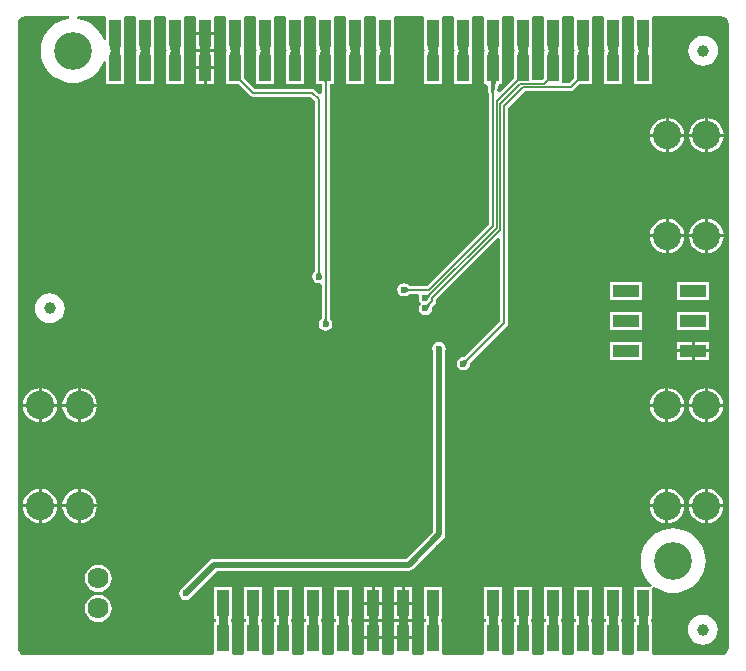
<source format=gbl>
G04*
G04 #@! TF.GenerationSoftware,Altium Limited,Altium Designer,22.10.1 (41)*
G04*
G04 Layer_Physical_Order=4*
G04 Layer_Color=16711680*
%FSLAX24Y24*%
%MOIN*%
G70*
G04*
G04 #@! TF.SameCoordinates,1EAF6387-FA3A-421D-BABF-0C9075E41397*
G04*
G04*
G04 #@! TF.FilePolarity,Positive*
G04*
G01*
G75*
%ADD11C,0.0060*%
%ADD26R,0.0402X0.0862*%
%ADD27C,0.0394*%
%ADD50C,0.0300*%
%ADD52C,0.0197*%
%ADD55C,0.0701*%
%ADD56C,0.0945*%
%ADD57C,0.1260*%
%ADD58C,0.0236*%
%ADD59R,0.0874X0.0402*%
G36*
X3099Y21408D02*
X3099Y21367D01*
Y20664D01*
X3019Y20648D01*
X2961Y20789D01*
X2872Y20934D01*
X2762Y21062D01*
X2634Y21172D01*
X2489Y21261D01*
X2333Y21325D01*
X2169Y21365D01*
X2142Y21367D01*
X2145Y21447D01*
X3035D01*
X3099Y21408D01*
D02*
G37*
G36*
X21150Y20447D02*
X21200D01*
X21190Y20444D01*
X21182Y20435D01*
X21174Y20420D01*
X21168Y20399D01*
X21162Y20372D01*
X21158Y20339D01*
X21156Y20315D01*
X21162Y20228D01*
X21168Y20201D01*
X21174Y20180D01*
X21182Y20165D01*
X21190Y20156D01*
X21200Y20153D01*
X21150D01*
X21150Y20147D01*
X20850D01*
X20850Y20153D01*
X20800D01*
X20810Y20156D01*
X20818Y20165D01*
X20826Y20180D01*
X20832Y20201D01*
X20838Y20228D01*
X20842Y20261D01*
X20844Y20285D01*
X20838Y20372D01*
X20832Y20399D01*
X20826Y20420D01*
X20818Y20435D01*
X20810Y20444D01*
X20800Y20447D01*
X20850D01*
X20850Y20453D01*
X21150D01*
X21150Y20447D01*
D02*
G37*
G36*
X20150D02*
X20200D01*
X20190Y20444D01*
X20182Y20435D01*
X20174Y20420D01*
X20168Y20399D01*
X20162Y20372D01*
X20158Y20339D01*
X20156Y20315D01*
X20162Y20228D01*
X20168Y20201D01*
X20174Y20180D01*
X20182Y20165D01*
X20190Y20156D01*
X20200Y20153D01*
X20150D01*
X20150Y20147D01*
X19850D01*
X19850Y20153D01*
X19800D01*
X19810Y20156D01*
X19818Y20165D01*
X19826Y20180D01*
X19832Y20201D01*
X19838Y20228D01*
X19842Y20261D01*
X19844Y20285D01*
X19838Y20372D01*
X19832Y20399D01*
X19826Y20420D01*
X19818Y20435D01*
X19810Y20444D01*
X19800Y20447D01*
X19850D01*
X19850Y20453D01*
X20150D01*
X20150Y20447D01*
D02*
G37*
G36*
X19150D02*
X19200D01*
X19190Y20444D01*
X19182Y20435D01*
X19174Y20420D01*
X19168Y20399D01*
X19162Y20372D01*
X19158Y20339D01*
X19156Y20315D01*
X19162Y20228D01*
X19168Y20201D01*
X19174Y20180D01*
X19182Y20165D01*
X19190Y20156D01*
X19200Y20153D01*
X19150D01*
X19150Y20147D01*
X18850D01*
X18850Y20153D01*
X18800D01*
X18810Y20156D01*
X18818Y20165D01*
X18826Y20180D01*
X18832Y20201D01*
X18838Y20228D01*
X18842Y20261D01*
X18844Y20285D01*
X18838Y20372D01*
X18832Y20399D01*
X18826Y20420D01*
X18818Y20435D01*
X18810Y20444D01*
X18800Y20447D01*
X18850D01*
X18850Y20453D01*
X19150D01*
X19150Y20447D01*
D02*
G37*
G36*
X18150D02*
X18200D01*
X18190Y20444D01*
X18182Y20435D01*
X18174Y20420D01*
X18168Y20399D01*
X18162Y20372D01*
X18158Y20339D01*
X18156Y20315D01*
X18162Y20228D01*
X18168Y20201D01*
X18174Y20180D01*
X18182Y20165D01*
X18190Y20156D01*
X18200Y20153D01*
X18150D01*
X18150Y20147D01*
X17850D01*
X17850Y20153D01*
X17800D01*
X17810Y20156D01*
X17818Y20165D01*
X17826Y20180D01*
X17832Y20201D01*
X17838Y20228D01*
X17842Y20261D01*
X17844Y20285D01*
X17838Y20372D01*
X17832Y20399D01*
X17826Y20420D01*
X17818Y20435D01*
X17810Y20444D01*
X17800Y20447D01*
X17850D01*
X17850Y20453D01*
X18150D01*
X18150Y20447D01*
D02*
G37*
G36*
X17150D02*
X17200D01*
X17190Y20444D01*
X17182Y20435D01*
X17174Y20420D01*
X17168Y20399D01*
X17162Y20372D01*
X17158Y20339D01*
X17156Y20315D01*
X17162Y20228D01*
X17168Y20201D01*
X17174Y20180D01*
X17182Y20165D01*
X17190Y20156D01*
X17200Y20153D01*
X17150D01*
X17150Y20147D01*
X16850D01*
X16850Y20153D01*
X16800D01*
X16810Y20156D01*
X16818Y20165D01*
X16826Y20180D01*
X16832Y20201D01*
X16838Y20228D01*
X16842Y20261D01*
X16844Y20285D01*
X16838Y20372D01*
X16832Y20399D01*
X16826Y20420D01*
X16818Y20435D01*
X16810Y20444D01*
X16800Y20447D01*
X16850D01*
X16850Y20453D01*
X17150D01*
X17150Y20447D01*
D02*
G37*
G36*
X16150D02*
X16200D01*
X16190Y20444D01*
X16182Y20435D01*
X16174Y20420D01*
X16168Y20399D01*
X16162Y20372D01*
X16158Y20339D01*
X16156Y20315D01*
X16162Y20228D01*
X16168Y20201D01*
X16174Y20180D01*
X16182Y20165D01*
X16190Y20156D01*
X16200Y20153D01*
X16150D01*
X16150Y20147D01*
X15850D01*
X15850Y20153D01*
X15800D01*
X15810Y20156D01*
X15818Y20165D01*
X15826Y20180D01*
X15832Y20201D01*
X15838Y20228D01*
X15842Y20261D01*
X15844Y20285D01*
X15838Y20372D01*
X15832Y20399D01*
X15826Y20420D01*
X15818Y20435D01*
X15810Y20444D01*
X15800Y20447D01*
X15850D01*
X15850Y20453D01*
X16150D01*
X16150Y20447D01*
D02*
G37*
G36*
X15150D02*
X15200D01*
X15190Y20444D01*
X15182Y20435D01*
X15174Y20420D01*
X15168Y20399D01*
X15162Y20372D01*
X15158Y20339D01*
X15156Y20315D01*
X15162Y20228D01*
X15168Y20201D01*
X15174Y20180D01*
X15182Y20165D01*
X15190Y20156D01*
X15200Y20153D01*
X15150D01*
X15150Y20147D01*
X14850D01*
X14850Y20153D01*
X14800D01*
X14810Y20156D01*
X14818Y20165D01*
X14826Y20180D01*
X14832Y20201D01*
X14838Y20228D01*
X14842Y20261D01*
X14844Y20285D01*
X14838Y20372D01*
X14832Y20399D01*
X14826Y20420D01*
X14818Y20435D01*
X14810Y20444D01*
X14800Y20447D01*
X14850D01*
X14850Y20453D01*
X15150D01*
X15150Y20447D01*
D02*
G37*
G36*
X14150D02*
X14200D01*
X14190Y20444D01*
X14182Y20435D01*
X14174Y20420D01*
X14168Y20399D01*
X14162Y20372D01*
X14158Y20339D01*
X14156Y20315D01*
X14162Y20228D01*
X14168Y20201D01*
X14174Y20180D01*
X14182Y20165D01*
X14190Y20156D01*
X14200Y20153D01*
X14150D01*
X14150Y20147D01*
X13850D01*
X13850Y20153D01*
X13800D01*
X13810Y20156D01*
X13818Y20165D01*
X13826Y20180D01*
X13832Y20201D01*
X13838Y20228D01*
X13842Y20261D01*
X13844Y20285D01*
X13838Y20372D01*
X13832Y20399D01*
X13826Y20420D01*
X13818Y20435D01*
X13810Y20444D01*
X13800Y20447D01*
X13850D01*
X13850Y20453D01*
X14150D01*
X14150Y20447D01*
D02*
G37*
G36*
X12550D02*
X12600D01*
X12590Y20444D01*
X12582Y20435D01*
X12574Y20420D01*
X12568Y20399D01*
X12562Y20372D01*
X12558Y20339D01*
X12556Y20315D01*
X12562Y20228D01*
X12568Y20201D01*
X12574Y20180D01*
X12582Y20165D01*
X12590Y20156D01*
X12600Y20153D01*
X12550D01*
X12550Y20147D01*
X12250D01*
X12250Y20153D01*
X12200D01*
X12210Y20156D01*
X12218Y20165D01*
X12226Y20180D01*
X12232Y20201D01*
X12238Y20228D01*
X12242Y20261D01*
X12244Y20285D01*
X12238Y20372D01*
X12232Y20399D01*
X12226Y20420D01*
X12218Y20435D01*
X12210Y20444D01*
X12200Y20447D01*
X12250D01*
X12250Y20453D01*
X12550D01*
X12550Y20447D01*
D02*
G37*
G36*
X11550D02*
X11600D01*
X11590Y20444D01*
X11582Y20435D01*
X11574Y20420D01*
X11568Y20399D01*
X11562Y20372D01*
X11558Y20339D01*
X11556Y20315D01*
X11562Y20228D01*
X11568Y20201D01*
X11574Y20180D01*
X11582Y20165D01*
X11590Y20156D01*
X11600Y20153D01*
X11550D01*
X11550Y20147D01*
X11250D01*
X11250Y20153D01*
X11200D01*
X11210Y20156D01*
X11218Y20165D01*
X11226Y20180D01*
X11232Y20201D01*
X11238Y20228D01*
X11242Y20261D01*
X11244Y20285D01*
X11238Y20372D01*
X11232Y20399D01*
X11226Y20420D01*
X11218Y20435D01*
X11210Y20444D01*
X11200Y20447D01*
X11250D01*
X11250Y20453D01*
X11550D01*
X11550Y20447D01*
D02*
G37*
G36*
X10550D02*
X10600D01*
X10590Y20444D01*
X10582Y20435D01*
X10574Y20420D01*
X10568Y20399D01*
X10562Y20372D01*
X10558Y20339D01*
X10556Y20315D01*
X10562Y20228D01*
X10568Y20201D01*
X10574Y20180D01*
X10582Y20165D01*
X10590Y20156D01*
X10600Y20153D01*
X10550D01*
X10550Y20147D01*
X10250D01*
X10250Y20153D01*
X10200D01*
X10210Y20156D01*
X10218Y20165D01*
X10226Y20180D01*
X10232Y20201D01*
X10238Y20228D01*
X10242Y20261D01*
X10244Y20285D01*
X10238Y20372D01*
X10232Y20399D01*
X10226Y20420D01*
X10218Y20435D01*
X10210Y20444D01*
X10200Y20447D01*
X10250D01*
X10250Y20453D01*
X10550D01*
X10550Y20447D01*
D02*
G37*
G36*
X9550D02*
X9600D01*
X9590Y20444D01*
X9582Y20435D01*
X9574Y20420D01*
X9568Y20399D01*
X9562Y20372D01*
X9558Y20339D01*
X9556Y20315D01*
X9562Y20228D01*
X9568Y20201D01*
X9574Y20180D01*
X9582Y20165D01*
X9590Y20156D01*
X9600Y20153D01*
X9550D01*
X9550Y20147D01*
X9250D01*
X9250Y20153D01*
X9200D01*
X9210Y20156D01*
X9218Y20165D01*
X9226Y20180D01*
X9232Y20201D01*
X9238Y20228D01*
X9242Y20261D01*
X9244Y20285D01*
X9238Y20372D01*
X9232Y20399D01*
X9226Y20420D01*
X9218Y20435D01*
X9210Y20444D01*
X9200Y20447D01*
X9250D01*
X9250Y20453D01*
X9550D01*
X9550Y20447D01*
D02*
G37*
G36*
X8550D02*
X8600D01*
X8590Y20444D01*
X8582Y20435D01*
X8574Y20420D01*
X8568Y20399D01*
X8562Y20372D01*
X8558Y20339D01*
X8556Y20315D01*
X8562Y20228D01*
X8568Y20201D01*
X8574Y20180D01*
X8582Y20165D01*
X8590Y20156D01*
X8600Y20153D01*
X8550D01*
X8550Y20147D01*
X8250D01*
X8250Y20153D01*
X8200D01*
X8210Y20156D01*
X8218Y20165D01*
X8226Y20180D01*
X8232Y20201D01*
X8238Y20228D01*
X8242Y20261D01*
X8244Y20285D01*
X8238Y20372D01*
X8232Y20399D01*
X8226Y20420D01*
X8218Y20435D01*
X8210Y20444D01*
X8200Y20447D01*
X8250D01*
X8250Y20453D01*
X8550D01*
X8550Y20447D01*
D02*
G37*
G36*
X7550D02*
X7600D01*
X7590Y20444D01*
X7582Y20435D01*
X7574Y20420D01*
X7568Y20399D01*
X7562Y20372D01*
X7558Y20339D01*
X7556Y20315D01*
X7562Y20228D01*
X7568Y20201D01*
X7574Y20180D01*
X7582Y20165D01*
X7590Y20156D01*
X7600Y20153D01*
X7550D01*
X7550Y20147D01*
X7250D01*
X7250Y20153D01*
X7200D01*
X7210Y20156D01*
X7218Y20165D01*
X7226Y20180D01*
X7232Y20201D01*
X7238Y20228D01*
X7242Y20261D01*
X7244Y20285D01*
X7238Y20372D01*
X7232Y20399D01*
X7226Y20420D01*
X7218Y20435D01*
X7210Y20444D01*
X7200Y20447D01*
X7250D01*
X7250Y20453D01*
X7550D01*
X7550Y20447D01*
D02*
G37*
G36*
X5550D02*
X5600D01*
X5590Y20444D01*
X5582Y20435D01*
X5574Y20420D01*
X5568Y20399D01*
X5562Y20372D01*
X5558Y20339D01*
X5556Y20315D01*
X5562Y20228D01*
X5568Y20201D01*
X5574Y20180D01*
X5582Y20165D01*
X5590Y20156D01*
X5600Y20153D01*
X5550D01*
X5550Y20147D01*
X5250D01*
X5250Y20153D01*
X5200D01*
X5210Y20156D01*
X5218Y20165D01*
X5226Y20180D01*
X5232Y20201D01*
X5238Y20228D01*
X5242Y20261D01*
X5244Y20285D01*
X5238Y20372D01*
X5232Y20399D01*
X5226Y20420D01*
X5218Y20435D01*
X5210Y20444D01*
X5200Y20447D01*
X5250D01*
X5250Y20453D01*
X5550D01*
X5550Y20447D01*
D02*
G37*
G36*
X4550D02*
X4600D01*
X4590Y20444D01*
X4582Y20435D01*
X4574Y20420D01*
X4568Y20399D01*
X4562Y20372D01*
X4558Y20339D01*
X4556Y20315D01*
X4562Y20228D01*
X4568Y20201D01*
X4574Y20180D01*
X4582Y20165D01*
X4590Y20156D01*
X4600Y20153D01*
X4550D01*
X4550Y20147D01*
X4250D01*
X4250Y20153D01*
X4200D01*
X4210Y20156D01*
X4218Y20165D01*
X4226Y20180D01*
X4232Y20201D01*
X4238Y20228D01*
X4242Y20261D01*
X4244Y20285D01*
X4238Y20372D01*
X4232Y20399D01*
X4226Y20420D01*
X4218Y20435D01*
X4210Y20444D01*
X4200Y20447D01*
X4250D01*
X4250Y20453D01*
X4550D01*
X4550Y20447D01*
D02*
G37*
G36*
X3550D02*
X3600D01*
X3590Y20444D01*
X3582Y20435D01*
X3574Y20420D01*
X3568Y20399D01*
X3562Y20372D01*
X3558Y20339D01*
X3556Y20315D01*
X3562Y20228D01*
X3568Y20201D01*
X3574Y20180D01*
X3582Y20165D01*
X3590Y20156D01*
X3600Y20153D01*
X3550D01*
X3550Y20147D01*
X3250D01*
X3250Y20153D01*
X3200D01*
X3210Y20156D01*
X3218Y20165D01*
X3226Y20180D01*
X3232Y20201D01*
X3238Y20228D01*
X3242Y20261D01*
X3244Y20285D01*
X3238Y20372D01*
X3232Y20399D01*
X3226Y20420D01*
X3218Y20435D01*
X3210Y20444D01*
X3200Y20447D01*
X3250D01*
X3250Y20453D01*
X3550D01*
X3550Y20447D01*
D02*
G37*
G36*
X17030Y19500D02*
X16970D01*
X16969Y19504D01*
X16966Y19510D01*
X16962Y19518D01*
X16948Y19540D01*
X16897Y19610D01*
X16880Y19633D01*
X17120D01*
X17030Y19500D01*
D02*
G37*
G36*
X19030Y19500D02*
X18970D01*
X18969Y19504D01*
X18966Y19510D01*
X18962Y19518D01*
X18948Y19540D01*
X18897Y19610D01*
X18880Y19633D01*
X19120D01*
X19030Y19500D01*
D02*
G37*
G36*
X14030D02*
X13970D01*
X13969Y19504D01*
X13966Y19510D01*
X13962Y19518D01*
X13948Y19540D01*
X13897Y19610D01*
X13880Y19633D01*
X14120D01*
X14030Y19500D01*
D02*
G37*
G36*
X17699Y21408D02*
X17699Y21367D01*
Y20451D01*
X17698Y20447D01*
X17699Y20443D01*
Y20442D01*
X17699Y20438D01*
X17699Y20437D01*
Y20346D01*
X17699D01*
X17723Y20303D01*
X17699Y20254D01*
X17699D01*
Y20163D01*
X17699Y20162D01*
X17699Y20158D01*
Y20157D01*
X17698Y20153D01*
X17699Y20149D01*
Y19396D01*
X17696Y19393D01*
X17639Y19335D01*
X17301D01*
Y20149D01*
X17302Y20153D01*
X17301Y20157D01*
Y20158D01*
X17301Y20162D01*
X17301Y20163D01*
Y20254D01*
X17301D01*
X17277Y20297D01*
X17301Y20346D01*
X17301D01*
Y20437D01*
X17301Y20438D01*
X17301Y20442D01*
Y20443D01*
X17302Y20447D01*
X17301Y20451D01*
Y21367D01*
X17301Y21408D01*
X17365Y21447D01*
X17635D01*
X17699Y21408D01*
D02*
G37*
G36*
X18878Y19295D02*
X18874Y19298D01*
X18869Y19300D01*
X18863Y19300D01*
X18856Y19298D01*
X18848Y19295D01*
X18839Y19290D01*
X18829Y19283D01*
X18818Y19274D01*
X18793Y19251D01*
X18758Y19300D01*
X18770Y19313D01*
X18788Y19334D01*
X18795Y19344D01*
X18800Y19353D01*
X18804Y19361D01*
X18806Y19368D01*
X18806Y19375D01*
X18805Y19380D01*
X18802Y19385D01*
X18878Y19295D01*
D02*
G37*
G36*
X17870D02*
X17866Y19298D01*
X17861Y19301D01*
X17855Y19301D01*
X17848Y19299D01*
X17840Y19296D01*
X17831Y19291D01*
X17821Y19283D01*
X17810Y19274D01*
X17785Y19251D01*
X17758Y19309D01*
X17769Y19321D01*
X17787Y19342D01*
X17794Y19352D01*
X17799Y19360D01*
X17803Y19369D01*
X17805Y19376D01*
X17805Y19383D01*
X17804Y19389D01*
X17802Y19394D01*
X17870Y19295D01*
D02*
G37*
G36*
X16878D02*
X16874Y19298D01*
X16869Y19300D01*
X16863Y19300D01*
X16856Y19298D01*
X16848Y19295D01*
X16839Y19290D01*
X16829Y19283D01*
X16818Y19274D01*
X16793Y19251D01*
X16758Y19300D01*
X16770Y19313D01*
X16788Y19334D01*
X16795Y19344D01*
X16800Y19353D01*
X16804Y19361D01*
X16806Y19368D01*
X16806Y19375D01*
X16805Y19380D01*
X16802Y19385D01*
X16878Y19295D01*
D02*
G37*
G36*
X7595Y19374D02*
X7594Y19368D01*
X7594Y19362D01*
X7595Y19355D01*
X7599Y19347D01*
X7604Y19338D01*
X7611Y19328D01*
X7620Y19317D01*
X7642Y19293D01*
X7600Y19251D01*
X7587Y19263D01*
X7565Y19282D01*
X7555Y19289D01*
X7546Y19294D01*
X7538Y19297D01*
X7531Y19299D01*
X7525Y19299D01*
X7519Y19298D01*
X7515Y19295D01*
X7598Y19378D01*
X7595Y19374D01*
D02*
G37*
G36*
X10464Y19294D02*
X10459Y19292D01*
X10455Y19289D01*
X10451Y19285D01*
X10447Y19279D01*
X10445Y19272D01*
X10443Y19265D01*
X10441Y19255D01*
X10440Y19245D01*
X10440Y19233D01*
X10380D01*
X10380Y19245D01*
X10379Y19255D01*
X10377Y19265D01*
X10375Y19272D01*
X10372Y19279D01*
X10369Y19285D01*
X10365Y19289D01*
X10361Y19292D01*
X10356Y19294D01*
X10350Y19295D01*
X10470D01*
X10464Y19294D01*
D02*
G37*
G36*
X18699Y21408D02*
X18699Y21367D01*
Y20451D01*
X18698Y20447D01*
X18699Y20443D01*
Y20442D01*
X18699Y20438D01*
X18699Y20437D01*
Y20346D01*
X18699D01*
X18723Y20303D01*
X18699Y20254D01*
X18699D01*
Y20163D01*
X18699Y20162D01*
X18699Y20158D01*
Y20157D01*
X18698Y20153D01*
X18699Y20149D01*
Y19387D01*
X18697Y19384D01*
X18527Y19215D01*
X18301D01*
Y20149D01*
X18302Y20153D01*
X18301Y20157D01*
Y20158D01*
X18301Y20162D01*
X18301Y20163D01*
Y20254D01*
X18301D01*
X18277Y20297D01*
X18301Y20346D01*
X18301D01*
Y20437D01*
X18301Y20438D01*
X18301Y20442D01*
Y20443D01*
X18302Y20447D01*
X18301Y20451D01*
Y21367D01*
X18301Y21408D01*
X18365Y21447D01*
X18635D01*
X18699Y21408D01*
D02*
G37*
G36*
X10099D02*
X10099Y21367D01*
Y20451D01*
X10098Y20447D01*
X10099Y20443D01*
Y20442D01*
X10099Y20438D01*
X10099Y20437D01*
Y20346D01*
X10099D01*
X10123Y20303D01*
X10099Y20254D01*
X10099D01*
Y20163D01*
X10099Y20162D01*
X10099Y20158D01*
Y20157D01*
X10098Y20153D01*
X10099Y20149D01*
Y19192D01*
X10277D01*
Y18875D01*
X10204Y18844D01*
X10060Y18988D01*
X10017Y19016D01*
X9967Y19026D01*
X8054D01*
X7704Y19376D01*
X7701Y19380D01*
Y20149D01*
X7702Y20153D01*
X7701Y20157D01*
Y20158D01*
X7701Y20162D01*
X7701Y20163D01*
Y20254D01*
X7701D01*
X7677Y20297D01*
X7701Y20346D01*
X7701D01*
Y20437D01*
X7701Y20438D01*
X7701Y20442D01*
Y20443D01*
X7702Y20447D01*
X7701Y20451D01*
Y21367D01*
X7701Y21408D01*
X7765Y21447D01*
X8035D01*
X8099Y21408D01*
X8099Y21367D01*
Y20451D01*
X8098Y20447D01*
X8099Y20443D01*
Y20442D01*
X8099Y20438D01*
X8099Y20437D01*
Y20346D01*
X8099D01*
X8123Y20303D01*
X8099Y20254D01*
X8099D01*
Y20163D01*
X8099Y20162D01*
X8099Y20158D01*
Y20157D01*
X8098Y20153D01*
X8099Y20149D01*
Y19192D01*
X8701D01*
Y20149D01*
X8702Y20153D01*
X8701Y20157D01*
Y20158D01*
X8701Y20162D01*
X8701Y20163D01*
Y20254D01*
X8701D01*
X8677Y20297D01*
X8701Y20346D01*
X8701D01*
Y20437D01*
X8701Y20438D01*
X8701Y20442D01*
Y20443D01*
X8702Y20447D01*
X8701Y20451D01*
Y21367D01*
X8701Y21408D01*
X8765Y21447D01*
X9035D01*
X9099Y21408D01*
X9099Y21367D01*
Y20451D01*
X9098Y20447D01*
X9099Y20443D01*
Y20442D01*
X9099Y20438D01*
X9099Y20437D01*
Y20346D01*
X9099D01*
X9123Y20303D01*
X9099Y20254D01*
X9099D01*
Y20163D01*
X9099Y20162D01*
X9099Y20158D01*
Y20157D01*
X9098Y20153D01*
X9099Y20149D01*
Y19192D01*
X9701D01*
Y20149D01*
X9702Y20153D01*
X9701Y20157D01*
Y20158D01*
X9701Y20162D01*
X9701Y20163D01*
Y20254D01*
X9701D01*
X9677Y20297D01*
X9701Y20346D01*
X9701D01*
Y20437D01*
X9701Y20438D01*
X9701Y20442D01*
Y20443D01*
X9702Y20447D01*
X9701Y20451D01*
Y21367D01*
X9701Y21408D01*
X9765Y21447D01*
X10035D01*
X10099Y21408D01*
D02*
G37*
G36*
X16699D02*
X16699Y21367D01*
Y20451D01*
X16698Y20447D01*
X16699Y20443D01*
Y20442D01*
X16699Y20438D01*
X16699Y20437D01*
Y20346D01*
X16699D01*
X16723Y20303D01*
X16699Y20254D01*
X16699D01*
Y20163D01*
X16699Y20162D01*
X16699Y20158D01*
Y20157D01*
X16698Y20153D01*
X16699Y20149D01*
Y19387D01*
X16697Y19384D01*
X16216Y18903D01*
X16141Y18942D01*
X16182Y19192D01*
X16301D01*
Y20149D01*
X16302Y20153D01*
X16301Y20157D01*
Y20158D01*
X16301Y20162D01*
X16301Y20163D01*
Y20254D01*
X16301D01*
X16277Y20297D01*
X16301Y20346D01*
X16301D01*
Y20437D01*
X16301Y20438D01*
X16301Y20442D01*
Y20443D01*
X16302Y20447D01*
X16301Y20451D01*
Y21367D01*
X16301Y21408D01*
X16365Y21447D01*
X16635D01*
X16699Y21408D01*
D02*
G37*
G36*
X16127Y19487D02*
X16031Y18902D01*
X16030Y18976D01*
X15970D01*
X15969Y18902D01*
X15965Y18860D01*
X15959Y18851D01*
X15951Y18875D01*
X15940Y18932D01*
X15912Y19144D01*
X15851Y19708D01*
X16149D01*
X16127Y19487D01*
D02*
G37*
G36*
X10216Y12944D02*
X10218Y12934D01*
X10220Y12924D01*
X10224Y12914D01*
X10229Y12904D01*
X10235Y12894D01*
X10242Y12884D01*
X10249Y12873D01*
X10258Y12863D01*
X10268Y12853D01*
X10103D01*
X10113Y12863D01*
X10122Y12873D01*
X10130Y12884D01*
X10137Y12894D01*
X10143Y12904D01*
X10147Y12914D01*
X10151Y12924D01*
X10154Y12934D01*
X10155Y12944D01*
X10156Y12954D01*
X10216D01*
X10216Y12944D01*
D02*
G37*
G36*
X13118Y12404D02*
X13139Y12387D01*
X13150Y12381D01*
X13160Y12375D01*
X13170Y12370D01*
X13181Y12367D01*
X13191Y12364D01*
X13200Y12363D01*
X13210Y12362D01*
X13213Y12302D01*
X13203Y12302D01*
X13193Y12300D01*
X13183Y12297D01*
X13173Y12294D01*
X13164Y12289D01*
X13154Y12283D01*
X13144Y12276D01*
X13134Y12268D01*
X13125Y12258D01*
X13115Y12248D01*
X13107Y12413D01*
X13118Y12404D01*
D02*
G37*
G36*
X13903Y12125D02*
X13897Y12118D01*
X13891Y12111D01*
X13886Y12102D01*
X13881Y12093D01*
X13876Y12082D01*
X13871Y12071D01*
X13863Y12045D01*
X13859Y12031D01*
X13856Y12016D01*
X13767Y12155D01*
X13780Y12153D01*
X13792Y12151D01*
X13804Y12151D01*
X13815Y12151D01*
X13826Y12153D01*
X13836Y12156D01*
X13846Y12159D01*
X13854Y12164D01*
X13863Y12170D01*
X13870Y12177D01*
X13903Y12125D01*
D02*
G37*
G36*
X13893Y11816D02*
X13886Y11808D01*
X13880Y11800D01*
X13875Y11791D01*
X13870Y11782D01*
X13867Y11771D01*
X13864Y11760D01*
X13861Y11748D01*
X13860Y11735D01*
X13859Y11721D01*
X13858Y11707D01*
X13742Y11824D01*
X13756Y11824D01*
X13770Y11825D01*
X13782Y11827D01*
X13794Y11829D01*
X13806Y11832D01*
X13816Y11836D01*
X13826Y11840D01*
X13835Y11846D01*
X13843Y11851D01*
X13850Y11858D01*
X13893Y11816D01*
D02*
G37*
G36*
X10441Y11361D02*
X10442Y11351D01*
X10445Y11341D01*
X10448Y11331D01*
X10453Y11321D01*
X10459Y11311D01*
X10466Y11301D01*
X10474Y11290D01*
X10483Y11280D01*
X10493Y11270D01*
X10327D01*
X10337Y11280D01*
X10346Y11290D01*
X10354Y11301D01*
X10361Y11311D01*
X10367Y11321D01*
X10372Y11331D01*
X10375Y11341D01*
X10378Y11351D01*
X10379Y11361D01*
X10380Y11371D01*
X10440D01*
X10441Y11361D01*
D02*
G37*
G36*
X15157Y9975D02*
X15150Y9967D01*
X15145Y9959D01*
X15139Y9950D01*
X15135Y9941D01*
X15131Y9930D01*
X15128Y9919D01*
X15126Y9907D01*
X15124Y9894D01*
X15123Y9881D01*
X15123Y9866D01*
X15006Y9983D01*
X15021Y9983D01*
X15034Y9984D01*
X15047Y9986D01*
X15059Y9988D01*
X15070Y9991D01*
X15081Y9995D01*
X15090Y9999D01*
X15099Y10005D01*
X15107Y10010D01*
X15115Y10017D01*
X15157Y9975D01*
D02*
G37*
G36*
X400Y21447D02*
X1855D01*
X1858Y21367D01*
X1831Y21365D01*
X1667Y21325D01*
X1510Y21261D01*
X1366Y21172D01*
X1238Y21062D01*
X1128Y20934D01*
X1039Y20789D01*
X975Y20633D01*
X935Y20469D01*
X922Y20300D01*
X935Y20131D01*
X975Y19967D01*
X1039Y19811D01*
X1128Y19666D01*
X1238Y19538D01*
X1366Y19428D01*
X1510Y19339D01*
X1667Y19275D01*
X1831Y19235D01*
X2000Y19222D01*
X2169Y19235D01*
X2333Y19275D01*
X2489Y19339D01*
X2634Y19428D01*
X2762Y19538D01*
X2872Y19666D01*
X2961Y19811D01*
X3019Y19952D01*
X3099Y19936D01*
Y19192D01*
X3701D01*
Y20149D01*
X3702Y20153D01*
X3701Y20157D01*
Y20158D01*
X3701Y20162D01*
X3701Y20163D01*
Y20254D01*
X3701D01*
X3677Y20297D01*
X3701Y20346D01*
X3701D01*
Y20437D01*
X3701Y20438D01*
X3701Y20442D01*
Y20443D01*
X3702Y20447D01*
X3701Y20451D01*
Y21367D01*
X3701Y21408D01*
X3765Y21447D01*
X4035D01*
X4099Y21408D01*
X4099Y21367D01*
Y20451D01*
X4098Y20447D01*
X4099Y20443D01*
Y20442D01*
X4099Y20438D01*
X4099Y20437D01*
Y20346D01*
X4099D01*
X4123Y20303D01*
X4099Y20254D01*
X4099D01*
Y20163D01*
X4099Y20162D01*
X4099Y20158D01*
Y20157D01*
X4098Y20153D01*
X4099Y20149D01*
Y19192D01*
X4701D01*
Y20149D01*
X4702Y20153D01*
X4701Y20157D01*
Y20158D01*
X4701Y20162D01*
X4701Y20163D01*
Y20254D01*
X4701D01*
X4677Y20297D01*
X4701Y20346D01*
X4701D01*
Y20437D01*
X4701Y20438D01*
X4701Y20442D01*
Y20443D01*
X4702Y20447D01*
X4701Y20451D01*
Y21367D01*
X4701Y21408D01*
X4765Y21447D01*
X5035D01*
X5099Y21408D01*
X5099Y21367D01*
Y20451D01*
X5098Y20447D01*
X5099Y20443D01*
Y20442D01*
X5099Y20438D01*
X5099Y20437D01*
Y20346D01*
X5099D01*
X5123Y20303D01*
X5099Y20254D01*
X5099D01*
Y20163D01*
X5099Y20162D01*
X5099Y20158D01*
Y20157D01*
X5098Y20153D01*
X5099Y20149D01*
Y19192D01*
X5701D01*
Y20149D01*
X5702Y20153D01*
X5701Y20157D01*
Y20158D01*
X5701Y20162D01*
X5701Y20163D01*
Y20254D01*
X5701D01*
X5677Y20297D01*
X5701Y20346D01*
X5701D01*
Y20437D01*
X5701Y20438D01*
X5701Y20442D01*
Y20443D01*
X5702Y20447D01*
X5701Y20451D01*
Y21367D01*
X5701Y21408D01*
X5765Y21447D01*
X6035D01*
X6099Y21408D01*
X6099Y21367D01*
Y20927D01*
X6400D01*
X6701D01*
Y21367D01*
X6701Y21408D01*
X6765Y21447D01*
X7035D01*
X7099Y21408D01*
X7099Y21367D01*
Y20451D01*
X7098Y20447D01*
X7099Y20443D01*
Y20442D01*
X7099Y20438D01*
X7099Y20437D01*
Y20346D01*
X7099D01*
X7123Y20303D01*
X7099Y20254D01*
X7099D01*
Y20163D01*
X7099Y20162D01*
X7099Y20158D01*
Y20157D01*
X7098Y20153D01*
X7099Y20149D01*
Y19192D01*
X7513D01*
X7515Y19190D01*
X7905Y18800D01*
X7948Y18771D01*
X7999Y18761D01*
X9912D01*
X10053Y18620D01*
Y12953D01*
X10052Y12951D01*
X10050Y12948D01*
X10047Y12943D01*
X10043Y12938D01*
X10038Y12932D01*
X10038Y12932D01*
X10028Y12926D01*
X9980Y12854D01*
X9963Y12769D01*
X9980Y12683D01*
X10028Y12611D01*
X10101Y12563D01*
X10186Y12546D01*
X10197Y12548D01*
X10277Y12483D01*
Y11370D01*
X10276Y11368D01*
X10274Y11365D01*
X10272Y11360D01*
X10268Y11355D01*
X10262Y11349D01*
X10262Y11349D01*
X10253Y11343D01*
X10205Y11271D01*
X10188Y11186D01*
X10205Y11100D01*
X10253Y11028D01*
X10325Y10980D01*
X10410Y10963D01*
X10495Y10980D01*
X10567Y11028D01*
X10615Y11100D01*
X10632Y11186D01*
X10615Y11271D01*
X10567Y11343D01*
X10558Y11349D01*
X10558Y11349D01*
X10552Y11355D01*
X10548Y11360D01*
X10546Y11365D01*
X10544Y11368D01*
X10543Y11370D01*
Y19192D01*
X10701D01*
Y20149D01*
X10702Y20153D01*
X10701Y20157D01*
Y20158D01*
X10701Y20162D01*
X10701Y20163D01*
Y20254D01*
X10701D01*
X10677Y20297D01*
X10701Y20346D01*
X10701D01*
Y20437D01*
X10701Y20438D01*
X10701Y20442D01*
Y20443D01*
X10702Y20447D01*
X10701Y20451D01*
Y21367D01*
X10701Y21408D01*
X10765Y21447D01*
X11035D01*
X11099Y21408D01*
X11099Y21367D01*
Y20451D01*
X11098Y20447D01*
X11099Y20443D01*
Y20442D01*
X11099Y20438D01*
X11099Y20437D01*
Y20346D01*
X11099D01*
X11123Y20303D01*
X11099Y20254D01*
X11099D01*
Y20163D01*
X11099Y20162D01*
X11099Y20158D01*
Y20157D01*
X11098Y20153D01*
X11099Y20149D01*
Y19192D01*
X11701D01*
Y20149D01*
X11702Y20153D01*
X11701Y20157D01*
Y20158D01*
X11701Y20162D01*
X11701Y20163D01*
Y20254D01*
X11701D01*
X11677Y20297D01*
X11701Y20346D01*
X11701D01*
Y20437D01*
X11701Y20438D01*
X11701Y20442D01*
Y20443D01*
X11702Y20447D01*
X11701Y20451D01*
Y21367D01*
X11701Y21408D01*
X11765Y21447D01*
X12035D01*
X12099Y21408D01*
X12099Y21367D01*
Y20451D01*
X12098Y20447D01*
X12099Y20443D01*
Y20442D01*
X12099Y20438D01*
X12099Y20437D01*
Y20346D01*
X12099D01*
X12123Y20303D01*
X12099Y20254D01*
X12099D01*
Y20163D01*
X12099Y20162D01*
X12099Y20158D01*
Y20157D01*
X12098Y20153D01*
X12099Y20149D01*
Y19192D01*
X12701D01*
Y20149D01*
X12702Y20153D01*
X12701Y20157D01*
Y20158D01*
X12701Y20162D01*
X12701Y20163D01*
Y20254D01*
X12701D01*
X12677Y20297D01*
X12701Y20346D01*
X12701D01*
Y20437D01*
X12701Y20438D01*
X12701Y20442D01*
Y20443D01*
X12702Y20447D01*
X12701Y20451D01*
Y21367D01*
X12701Y21408D01*
X12765Y21447D01*
X13635D01*
X13699Y21408D01*
X13699Y21367D01*
Y20451D01*
X13698Y20447D01*
X13699Y20443D01*
Y20442D01*
X13699Y20438D01*
X13699Y20437D01*
Y20346D01*
X13699D01*
X13723Y20303D01*
X13699Y20254D01*
X13699D01*
Y20163D01*
X13699Y20162D01*
X13699Y20158D01*
Y20157D01*
X13698Y20153D01*
X13699Y20149D01*
Y19192D01*
X14301D01*
Y20149D01*
X14302Y20153D01*
X14301Y20157D01*
Y20158D01*
X14301Y20162D01*
X14301Y20163D01*
Y20254D01*
X14301D01*
X14277Y20297D01*
X14301Y20346D01*
X14301D01*
Y20437D01*
X14301Y20438D01*
X14301Y20442D01*
Y20443D01*
X14302Y20447D01*
X14301Y20451D01*
Y21367D01*
X14301Y21408D01*
X14365Y21447D01*
X14635D01*
X14699Y21408D01*
X14699Y21367D01*
Y20451D01*
X14698Y20447D01*
X14699Y20443D01*
Y20442D01*
X14699Y20438D01*
X14699Y20437D01*
Y20346D01*
X14699D01*
X14723Y20303D01*
X14699Y20254D01*
X14699D01*
Y20163D01*
X14699Y20162D01*
X14699Y20158D01*
Y20157D01*
X14698Y20153D01*
X14699Y20149D01*
Y19192D01*
X15301D01*
Y20149D01*
X15302Y20153D01*
X15301Y20157D01*
Y20158D01*
X15301Y20162D01*
X15301Y20163D01*
Y20254D01*
X15301D01*
X15277Y20297D01*
X15301Y20346D01*
X15301D01*
Y20437D01*
X15301Y20438D01*
X15301Y20442D01*
Y20443D01*
X15302Y20447D01*
X15301Y20451D01*
Y21367D01*
X15301Y21408D01*
X15365Y21447D01*
X15635D01*
X15699Y21408D01*
X15699Y21367D01*
Y20451D01*
X15698Y20447D01*
X15699Y20443D01*
Y20442D01*
X15699Y20438D01*
X15699Y20437D01*
Y20346D01*
X15699D01*
X15723Y20303D01*
X15699Y20254D01*
X15699D01*
Y20163D01*
X15699Y20162D01*
X15699Y20158D01*
Y20157D01*
X15698Y20153D01*
X15699Y20149D01*
Y19192D01*
X15759D01*
X15811Y19130D01*
X15839Y18918D01*
X15840Y18916D01*
X15840Y18913D01*
X15851Y18856D01*
X15854Y18849D01*
X15855Y18842D01*
X15863Y18818D01*
X15867Y18810D01*
Y14516D01*
X13816Y12465D01*
X13209D01*
X13208Y12465D01*
X13205Y12467D01*
X13201Y12469D01*
X13197Y12471D01*
X13187Y12479D01*
X13184Y12484D01*
X13112Y12532D01*
X13027Y12549D01*
X12942Y12532D01*
X12869Y12484D01*
X12821Y12412D01*
X12804Y12327D01*
X12821Y12241D01*
X12869Y12169D01*
X12942Y12121D01*
X13027Y12104D01*
X13112Y12121D01*
X13184Y12169D01*
X13191Y12181D01*
X13197Y12186D01*
X13202Y12191D01*
X13207Y12195D01*
X13210Y12198D01*
X13213Y12199D01*
X13214Y12200D01*
X13489D01*
X13534Y12127D01*
X13534Y12120D01*
X13518Y12040D01*
X13535Y11955D01*
X13583Y11883D01*
Y11863D01*
X13535Y11791D01*
X13518Y11706D01*
X13535Y11621D01*
X13583Y11549D01*
X13655Y11500D01*
X13740Y11484D01*
X13826Y11500D01*
X13898Y11549D01*
X13946Y11621D01*
X13963Y11706D01*
X13961Y11717D01*
X13961Y11717D01*
X13961Y11725D01*
X13962Y11732D01*
X13963Y11737D01*
X13964Y11740D01*
X13965Y11743D01*
X14067Y11845D01*
X14096Y11888D01*
X14106Y11939D01*
Y12003D01*
X16154Y14051D01*
X16227Y14021D01*
Y11275D01*
X15042Y10089D01*
X15040Y10089D01*
X15036Y10088D01*
X15031Y10087D01*
X15024Y10086D01*
X15016Y10085D01*
X15016Y10085D01*
X15005Y10087D01*
X14920Y10070D01*
X14848Y10022D01*
X14799Y9950D01*
X14783Y9865D01*
X14799Y9780D01*
X14848Y9708D01*
X14920Y9660D01*
X15005Y9643D01*
X15090Y9660D01*
X15162Y9708D01*
X15210Y9780D01*
X15227Y9865D01*
X15225Y9876D01*
X15225Y9876D01*
X15226Y9884D01*
X15227Y9891D01*
X15228Y9896D01*
X15229Y9900D01*
X15229Y9902D01*
X16454Y11126D01*
X16482Y11169D01*
X16493Y11220D01*
Y18382D01*
X17060Y18950D01*
X18582D01*
X18633Y18960D01*
X18676Y18988D01*
X18877Y19189D01*
X18880Y19192D01*
X19301D01*
Y20149D01*
X19302Y20153D01*
X19301Y20157D01*
Y20158D01*
X19301Y20162D01*
X19301Y20163D01*
Y20254D01*
X19301D01*
X19277Y20297D01*
X19301Y20346D01*
X19301D01*
Y20437D01*
X19301Y20438D01*
X19301Y20442D01*
Y20443D01*
X19302Y20447D01*
X19301Y20451D01*
Y21367D01*
X19301Y21408D01*
X19365Y21447D01*
X19635D01*
X19699Y21408D01*
X19699Y21367D01*
Y20451D01*
X19698Y20447D01*
X19699Y20443D01*
Y20442D01*
X19699Y20438D01*
X19699Y20437D01*
Y20346D01*
X19699D01*
X19723Y20303D01*
X19699Y20254D01*
X19699D01*
Y20163D01*
X19699Y20162D01*
X19699Y20158D01*
Y20157D01*
X19698Y20153D01*
X19699Y20149D01*
Y19192D01*
X20301D01*
Y20149D01*
X20302Y20153D01*
X20301Y20157D01*
Y20158D01*
X20301Y20162D01*
X20301Y20163D01*
Y20254D01*
X20301D01*
X20277Y20297D01*
X20301Y20346D01*
X20301D01*
Y20437D01*
X20301Y20438D01*
X20301Y20442D01*
Y20443D01*
X20302Y20447D01*
X20301Y20451D01*
Y21367D01*
X20301Y21408D01*
X20365Y21447D01*
X20635D01*
X20699Y21408D01*
X20699Y21367D01*
Y20451D01*
X20698Y20447D01*
X20699Y20443D01*
Y20442D01*
X20699Y20438D01*
X20699Y20437D01*
Y20346D01*
X20699D01*
X20723Y20303D01*
X20699Y20254D01*
X20699D01*
Y20163D01*
X20699Y20162D01*
X20699Y20158D01*
Y20157D01*
X20698Y20153D01*
X20699Y20149D01*
Y19192D01*
X21301D01*
Y20149D01*
X21302Y20153D01*
X21301Y20157D01*
Y20158D01*
X21301Y20162D01*
X21301Y20163D01*
Y20254D01*
X21301D01*
X21277Y20297D01*
X21301Y20346D01*
X21301D01*
Y20437D01*
X21301Y20438D01*
X21301Y20442D01*
Y20443D01*
X21302Y20447D01*
X21301Y20451D01*
Y21367D01*
X21301Y21408D01*
X21365Y21447D01*
X23600D01*
X23607Y21448D01*
X23696Y21431D01*
X23777Y21377D01*
X23831Y21296D01*
X23835Y21275D01*
X23847Y21200D01*
X23847Y21120D01*
X23847Y21120D01*
Y400D01*
X23848Y393D01*
X23831Y304D01*
X23777Y223D01*
X23696Y169D01*
X23607Y152D01*
X23600Y153D01*
X21365D01*
X21301Y192D01*
X21301Y233D01*
Y1254D01*
X21255D01*
Y1346D01*
X21301D01*
Y2336D01*
X21301Y2378D01*
X21341Y2409D01*
X21354Y2414D01*
X21375Y2423D01*
X21510Y2339D01*
X21667Y2275D01*
X21831Y2235D01*
X22000Y2222D01*
X22169Y2235D01*
X22333Y2275D01*
X22489Y2339D01*
X22634Y2428D01*
X22762Y2538D01*
X22872Y2666D01*
X22961Y2810D01*
X23025Y2967D01*
X23065Y3131D01*
X23078Y3300D01*
X23065Y3469D01*
X23025Y3633D01*
X22961Y3789D01*
X22872Y3934D01*
X22762Y4062D01*
X22634Y4172D01*
X22489Y4261D01*
X22333Y4325D01*
X22169Y4365D01*
X22000Y4378D01*
X21831Y4365D01*
X21667Y4325D01*
X21510Y4261D01*
X21366Y4172D01*
X21238Y4062D01*
X21128Y3934D01*
X21039Y3789D01*
X20975Y3633D01*
X20935Y3469D01*
X20922Y3300D01*
X20935Y3131D01*
X20975Y2967D01*
X21039Y2810D01*
X21128Y2666D01*
X21238Y2538D01*
X21296Y2488D01*
X21266Y2408D01*
X21233Y2408D01*
X20699D01*
Y1346D01*
X20745D01*
Y1254D01*
X20699D01*
Y233D01*
X20699Y192D01*
X20635Y153D01*
X20365D01*
X20301Y192D01*
X20301Y233D01*
Y1254D01*
X20255D01*
Y1346D01*
X20301D01*
Y2408D01*
X19699D01*
Y1346D01*
X19745D01*
Y1254D01*
X19699D01*
Y233D01*
X19699Y192D01*
X19635Y153D01*
X19365D01*
X19301Y192D01*
X19301Y233D01*
Y1254D01*
X19255D01*
Y1346D01*
X19301D01*
Y2408D01*
X18699D01*
Y1346D01*
X18745D01*
Y1254D01*
X18699D01*
Y233D01*
X18699Y192D01*
X18635Y153D01*
X18365D01*
X18301Y192D01*
X18301Y233D01*
Y1254D01*
X18255D01*
Y1346D01*
X18301D01*
Y2408D01*
X17699D01*
Y1346D01*
X17745D01*
Y1254D01*
X17699D01*
Y233D01*
X17699Y192D01*
X17635Y153D01*
X17365D01*
X17301Y192D01*
X17301Y233D01*
Y1254D01*
X17255D01*
Y1346D01*
X17301D01*
Y2408D01*
X16699D01*
Y1346D01*
X16745D01*
Y1254D01*
X16699D01*
Y233D01*
X16699Y192D01*
X16635Y153D01*
X16365D01*
X16301Y192D01*
X16301Y233D01*
Y1254D01*
X16255D01*
Y1346D01*
X16301D01*
Y2408D01*
X15699D01*
Y1346D01*
X15745D01*
Y1254D01*
X15699D01*
Y233D01*
X15699Y192D01*
X15635Y153D01*
X14365D01*
X14301Y192D01*
X14301Y233D01*
Y1254D01*
X14255D01*
Y1346D01*
X14301D01*
Y2408D01*
X13699D01*
Y1346D01*
X13745D01*
Y1254D01*
X13699D01*
Y233D01*
X13699Y192D01*
X13635Y153D01*
X13365D01*
X13301Y192D01*
X13301Y233D01*
Y673D01*
X12699D01*
Y233D01*
X12699Y192D01*
X12635Y153D01*
X12365D01*
X12301Y192D01*
X12301Y233D01*
Y673D01*
X11699D01*
Y233D01*
X11699Y192D01*
X11635Y153D01*
X11365D01*
X11301Y192D01*
X11301Y233D01*
Y1254D01*
X11255D01*
Y1346D01*
X11301D01*
Y2408D01*
X10699D01*
Y1346D01*
X10745D01*
Y1254D01*
X10699D01*
Y233D01*
X10699Y192D01*
X10635Y153D01*
X10365D01*
X10301Y192D01*
X10301Y233D01*
Y1254D01*
X10255D01*
Y1346D01*
X10301D01*
Y2408D01*
X9699D01*
Y1346D01*
X9745D01*
Y1254D01*
X9699D01*
Y233D01*
X9699Y192D01*
X9635Y153D01*
X9365D01*
X9301Y192D01*
X9301Y233D01*
Y1254D01*
X9255D01*
Y1346D01*
X9301D01*
Y2408D01*
X8699D01*
Y1346D01*
X8745D01*
Y1254D01*
X8699D01*
Y233D01*
X8699Y192D01*
X8635Y153D01*
X8365D01*
X8301Y192D01*
X8301Y233D01*
Y1254D01*
X8255D01*
Y1346D01*
X8301D01*
Y2408D01*
X7699D01*
Y1346D01*
X7745D01*
Y1254D01*
X7699D01*
Y233D01*
X7699Y192D01*
X7635Y153D01*
X7365D01*
X7301Y192D01*
X7301Y233D01*
Y1254D01*
X7255D01*
Y1346D01*
X7301D01*
Y2408D01*
X6699D01*
Y1346D01*
X6745D01*
Y1254D01*
X6699D01*
Y233D01*
X6699Y192D01*
X6635Y153D01*
X400D01*
X393Y152D01*
X304Y169D01*
X223Y223D01*
X169Y304D01*
X165Y325D01*
X153Y400D01*
X153Y400D01*
X153Y400D01*
Y21200D01*
X152Y21207D01*
X169Y21296D01*
X223Y21377D01*
X304Y21431D01*
X393Y21448D01*
X400Y21447D01*
D02*
G37*
%LPC*%
G36*
X6701Y20827D02*
X6450D01*
Y20453D01*
X6550D01*
X6550Y20447D01*
X6600D01*
X6590Y20444D01*
X6582Y20435D01*
X6574Y20420D01*
X6568Y20399D01*
X6562Y20372D01*
X6559Y20346D01*
X6701D01*
Y20827D01*
D02*
G37*
G36*
X6350D02*
X6099D01*
Y20346D01*
X6239D01*
X6238Y20372D01*
X6232Y20399D01*
X6226Y20420D01*
X6218Y20435D01*
X6210Y20444D01*
X6200Y20447D01*
X6250D01*
X6250Y20453D01*
X6350D01*
Y20827D01*
D02*
G37*
G36*
X23000Y20800D02*
X22871Y20783D01*
X22750Y20733D01*
X22646Y20654D01*
X22567Y20550D01*
X22517Y20429D01*
X22500Y20300D01*
X22517Y20171D01*
X22567Y20050D01*
X22646Y19946D01*
X22750Y19867D01*
X22871Y19817D01*
X23000Y19800D01*
X23129Y19817D01*
X23250Y19867D01*
X23354Y19946D01*
X23433Y20050D01*
X23483Y20171D01*
X23500Y20300D01*
X23483Y20429D01*
X23433Y20550D01*
X23354Y20654D01*
X23250Y20733D01*
X23129Y20783D01*
X23000Y20800D01*
D02*
G37*
G36*
X6701Y20254D02*
X6561D01*
X6562Y20228D01*
X6568Y20201D01*
X6574Y20180D01*
X6582Y20165D01*
X6590Y20156D01*
X6600Y20153D01*
X6550D01*
X6550Y20147D01*
X6450D01*
Y19773D01*
X6701D01*
Y20254D01*
D02*
G37*
G36*
X6241D02*
X6099D01*
Y19773D01*
X6350D01*
Y20147D01*
X6250D01*
X6250Y20153D01*
X6200D01*
X6210Y20156D01*
X6218Y20165D01*
X6226Y20180D01*
X6232Y20201D01*
X6238Y20228D01*
X6241Y20254D01*
D02*
G37*
G36*
X6701Y19673D02*
X6450D01*
Y19192D01*
X6701D01*
Y19673D01*
D02*
G37*
G36*
X6350D02*
X6099D01*
Y19192D01*
X6350D01*
Y19673D01*
D02*
G37*
G36*
X23156Y18046D02*
Y17525D01*
X23677D01*
X23664Y17625D01*
X23606Y17764D01*
X23515Y17883D01*
X23395Y17975D01*
X23256Y18033D01*
X23156Y18046D01*
D02*
G37*
G36*
X21845D02*
Y17525D01*
X22366D01*
X22353Y17625D01*
X22295Y17764D01*
X22204Y17883D01*
X22084Y17975D01*
X21945Y18033D01*
X21845Y18046D01*
D02*
G37*
G36*
X23056Y18046D02*
X22957Y18033D01*
X22818Y17975D01*
X22698Y17883D01*
X22606Y17764D01*
X22549Y17625D01*
X22535Y17525D01*
X23056D01*
Y18046D01*
D02*
G37*
G36*
X21745D02*
X21646Y18033D01*
X21507Y17975D01*
X21387Y17883D01*
X21295Y17764D01*
X21238Y17625D01*
X21224Y17525D01*
X21745D01*
Y18046D01*
D02*
G37*
G36*
X23677Y17425D02*
X23156D01*
Y16904D01*
X23256Y16917D01*
X23395Y16975D01*
X23515Y17067D01*
X23606Y17187D01*
X23664Y17326D01*
X23677Y17425D01*
D02*
G37*
G36*
X22366D02*
X21845D01*
Y16904D01*
X21945Y16917D01*
X22084Y16975D01*
X22204Y17067D01*
X22295Y17187D01*
X22353Y17326D01*
X22366Y17425D01*
D02*
G37*
G36*
X23056D02*
X22535D01*
X22549Y17326D01*
X22606Y17187D01*
X22698Y17067D01*
X22818Y16975D01*
X22957Y16917D01*
X23056Y16904D01*
Y17425D01*
D02*
G37*
G36*
X21745D02*
X21224D01*
X21238Y17326D01*
X21295Y17187D01*
X21387Y17067D01*
X21507Y16975D01*
X21646Y16917D01*
X21745Y16904D01*
Y17425D01*
D02*
G37*
G36*
X23156Y14696D02*
Y14175D01*
X23677D01*
X23664Y14274D01*
X23606Y14413D01*
X23515Y14533D01*
X23395Y14625D01*
X23256Y14683D01*
X23156Y14696D01*
D02*
G37*
G36*
X21845D02*
Y14175D01*
X22366D01*
X22353Y14274D01*
X22295Y14413D01*
X22204Y14533D01*
X22084Y14625D01*
X21945Y14683D01*
X21845Y14696D01*
D02*
G37*
G36*
X23056Y14696D02*
X22957Y14683D01*
X22818Y14625D01*
X22698Y14533D01*
X22606Y14413D01*
X22549Y14274D01*
X22535Y14175D01*
X23056D01*
Y14696D01*
D02*
G37*
G36*
X21745D02*
X21646Y14683D01*
X21507Y14625D01*
X21387Y14533D01*
X21295Y14413D01*
X21238Y14274D01*
X21224Y14175D01*
X21745D01*
Y14696D01*
D02*
G37*
G36*
X23677Y14075D02*
X23156D01*
Y13554D01*
X23256Y13567D01*
X23395Y13625D01*
X23515Y13717D01*
X23606Y13836D01*
X23664Y13975D01*
X23677Y14075D01*
D02*
G37*
G36*
X22366D02*
X21845D01*
Y13554D01*
X21945Y13567D01*
X22084Y13625D01*
X22204Y13717D01*
X22295Y13836D01*
X22353Y13975D01*
X22366Y14075D01*
D02*
G37*
G36*
X23056D02*
X22535D01*
X22549Y13975D01*
X22606Y13836D01*
X22698Y13717D01*
X22818Y13625D01*
X22957Y13567D01*
X23056Y13554D01*
Y14075D01*
D02*
G37*
G36*
X21745D02*
X21224D01*
X21238Y13975D01*
X21295Y13836D01*
X21387Y13717D01*
X21507Y13625D01*
X21646Y13567D01*
X21745Y13554D01*
Y14075D01*
D02*
G37*
G36*
X23199Y12601D02*
X22125D01*
Y11999D01*
X23199D01*
Y12601D01*
D02*
G37*
G36*
X20975D02*
X19901D01*
Y11999D01*
X20975D01*
Y12601D01*
D02*
G37*
G36*
X1213Y12206D02*
X1083Y12189D01*
X963Y12139D01*
X859Y12059D01*
X780Y11956D01*
X730Y11835D01*
X713Y11706D01*
X730Y11576D01*
X780Y11456D01*
X859Y11352D01*
X963Y11273D01*
X1083Y11223D01*
X1213Y11206D01*
X1342Y11223D01*
X1463Y11273D01*
X1566Y11352D01*
X1646Y11456D01*
X1696Y11576D01*
X1713Y11706D01*
X1696Y11835D01*
X1646Y11956D01*
X1566Y12059D01*
X1463Y12139D01*
X1342Y12189D01*
X1213Y12206D01*
D02*
G37*
G36*
X23199Y11601D02*
X22125D01*
Y10999D01*
X23199D01*
Y11601D01*
D02*
G37*
G36*
X20975D02*
X19901D01*
Y10999D01*
X20975D01*
Y11601D01*
D02*
G37*
G36*
X23199Y10601D02*
X22712D01*
Y10350D01*
X23199D01*
Y10601D01*
D02*
G37*
G36*
X22612D02*
X22125D01*
Y10350D01*
X22612D01*
Y10601D01*
D02*
G37*
G36*
X23199Y10250D02*
X22712D01*
Y9999D01*
X23199D01*
Y10250D01*
D02*
G37*
G36*
X22612D02*
X22125D01*
Y9999D01*
X22612D01*
Y10250D01*
D02*
G37*
G36*
X20975Y10601D02*
X19901D01*
Y9999D01*
X20975D01*
Y10601D01*
D02*
G37*
G36*
X23149Y9046D02*
Y8525D01*
X23670D01*
X23657Y8625D01*
X23599Y8764D01*
X23507Y8883D01*
X23388Y8975D01*
X23249Y9033D01*
X23149Y9046D01*
D02*
G37*
G36*
X21838D02*
Y8525D01*
X22359D01*
X22346Y8625D01*
X22288Y8764D01*
X22196Y8883D01*
X22077Y8975D01*
X21938Y9033D01*
X21838Y9046D01*
D02*
G37*
G36*
X23049Y9046D02*
X22950Y9033D01*
X22811Y8975D01*
X22691Y8883D01*
X22599Y8764D01*
X22541Y8625D01*
X22528Y8525D01*
X23049D01*
Y9046D01*
D02*
G37*
G36*
X21738D02*
X21639Y9033D01*
X21499Y8975D01*
X21380Y8883D01*
X21288Y8764D01*
X21230Y8625D01*
X21217Y8525D01*
X21738D01*
Y9046D01*
D02*
G37*
G36*
X2261D02*
Y8525D01*
X2781D01*
X2768Y8625D01*
X2711Y8764D01*
X2619Y8883D01*
X2499Y8975D01*
X2360Y9033D01*
X2261Y9046D01*
D02*
G37*
G36*
X2161D02*
X2061Y9033D01*
X1922Y8975D01*
X1802Y8883D01*
X1711Y8764D01*
X1653Y8625D01*
X1640Y8525D01*
X2161D01*
Y9046D01*
D02*
G37*
G36*
X950D02*
Y8525D01*
X1470D01*
X1457Y8625D01*
X1400Y8764D01*
X1308Y8883D01*
X1188Y8975D01*
X1049Y9033D01*
X950Y9046D01*
D02*
G37*
G36*
X850D02*
X750Y9033D01*
X611Y8975D01*
X491Y8883D01*
X400Y8764D01*
X342Y8625D01*
X329Y8525D01*
X850D01*
Y9046D01*
D02*
G37*
G36*
X23049Y8425D02*
X22528D01*
X22541Y8326D01*
X22599Y8187D01*
X22691Y8067D01*
X22811Y7975D01*
X22950Y7917D01*
X23049Y7904D01*
Y8425D01*
D02*
G37*
G36*
X21738D02*
X21217D01*
X21230Y8326D01*
X21288Y8187D01*
X21380Y8067D01*
X21499Y7975D01*
X21639Y7917D01*
X21738Y7904D01*
Y8425D01*
D02*
G37*
G36*
X2781Y8425D02*
X2261D01*
Y7904D01*
X2360Y7917D01*
X2499Y7975D01*
X2619Y8067D01*
X2711Y8187D01*
X2768Y8326D01*
X2781Y8425D01*
D02*
G37*
G36*
X2161D02*
X1640D01*
X1653Y8326D01*
X1711Y8187D01*
X1802Y8067D01*
X1922Y7975D01*
X2061Y7917D01*
X2161Y7904D01*
Y8425D01*
D02*
G37*
G36*
X1470D02*
X950D01*
Y7904D01*
X1049Y7917D01*
X1188Y7975D01*
X1308Y8067D01*
X1400Y8187D01*
X1457Y8326D01*
X1470Y8425D01*
D02*
G37*
G36*
X850D02*
X329D01*
X342Y8326D01*
X400Y8187D01*
X491Y8067D01*
X611Y7975D01*
X750Y7917D01*
X850Y7904D01*
Y8425D01*
D02*
G37*
G36*
X23670Y8425D02*
X23149D01*
Y7904D01*
X23249Y7917D01*
X23388Y7975D01*
X23507Y8067D01*
X23599Y8187D01*
X23657Y8326D01*
X23670Y8425D01*
D02*
G37*
G36*
X22359D02*
X21838D01*
Y7904D01*
X21938Y7917D01*
X22077Y7975D01*
X22196Y8067D01*
X22288Y8187D01*
X22346Y8326D01*
X22359Y8425D01*
D02*
G37*
G36*
X2261Y5696D02*
Y5175D01*
X2781D01*
X2768Y5274D01*
X2711Y5414D01*
X2619Y5533D01*
X2499Y5625D01*
X2360Y5683D01*
X2261Y5696D01*
D02*
G37*
G36*
X2161D02*
X2061Y5683D01*
X1922Y5625D01*
X1802Y5533D01*
X1711Y5414D01*
X1653Y5274D01*
X1640Y5175D01*
X2161D01*
Y5696D01*
D02*
G37*
G36*
X950D02*
Y5175D01*
X1470D01*
X1457Y5274D01*
X1400Y5414D01*
X1308Y5533D01*
X1188Y5625D01*
X1049Y5683D01*
X950Y5696D01*
D02*
G37*
G36*
X850D02*
X750Y5683D01*
X611Y5625D01*
X491Y5533D01*
X400Y5414D01*
X342Y5274D01*
X329Y5175D01*
X850D01*
Y5696D01*
D02*
G37*
G36*
X23149Y5696D02*
Y5175D01*
X23670D01*
X23657Y5274D01*
X23599Y5414D01*
X23507Y5533D01*
X23388Y5625D01*
X23249Y5683D01*
X23149Y5696D01*
D02*
G37*
G36*
X21838D02*
Y5175D01*
X22359D01*
X22346Y5274D01*
X22288Y5414D01*
X22196Y5533D01*
X22077Y5625D01*
X21938Y5683D01*
X21838Y5696D01*
D02*
G37*
G36*
X23049Y5696D02*
X22950Y5683D01*
X22811Y5625D01*
X22691Y5533D01*
X22599Y5414D01*
X22541Y5274D01*
X22528Y5175D01*
X23049D01*
Y5696D01*
D02*
G37*
G36*
X21738D02*
X21639Y5683D01*
X21499Y5625D01*
X21380Y5533D01*
X21288Y5414D01*
X21230Y5274D01*
X21217Y5175D01*
X21738D01*
Y5696D01*
D02*
G37*
G36*
X23049Y5075D02*
X22528D01*
X22541Y4975D01*
X22599Y4836D01*
X22691Y4717D01*
X22811Y4625D01*
X22950Y4567D01*
X23049Y4554D01*
Y5075D01*
D02*
G37*
G36*
X21738D02*
X21217D01*
X21230Y4975D01*
X21288Y4836D01*
X21380Y4717D01*
X21499Y4625D01*
X21639Y4567D01*
X21738Y4554D01*
Y5075D01*
D02*
G37*
G36*
X2781Y5075D02*
X2261D01*
Y4554D01*
X2360Y4567D01*
X2499Y4625D01*
X2619Y4717D01*
X2711Y4836D01*
X2768Y4975D01*
X2781Y5075D01*
D02*
G37*
G36*
X2161D02*
X1640D01*
X1653Y4975D01*
X1711Y4836D01*
X1802Y4717D01*
X1922Y4625D01*
X2061Y4567D01*
X2161Y4554D01*
Y5075D01*
D02*
G37*
G36*
X1470D02*
X950D01*
Y4554D01*
X1049Y4567D01*
X1188Y4625D01*
X1308Y4717D01*
X1400Y4836D01*
X1457Y4975D01*
X1470Y5075D01*
D02*
G37*
G36*
X850D02*
X329D01*
X342Y4975D01*
X400Y4836D01*
X491Y4717D01*
X611Y4625D01*
X750Y4567D01*
X850Y4554D01*
Y5075D01*
D02*
G37*
G36*
X23670Y5075D02*
X23149D01*
Y4554D01*
X23249Y4567D01*
X23388Y4625D01*
X23507Y4717D01*
X23599Y4836D01*
X23657Y4975D01*
X23670Y5075D01*
D02*
G37*
G36*
X22359D02*
X21838D01*
Y4554D01*
X21938Y4567D01*
X22077Y4625D01*
X22196Y4717D01*
X22288Y4836D01*
X22346Y4975D01*
X22359Y5075D01*
D02*
G37*
G36*
X2836Y3162D02*
X2719Y3146D01*
X2609Y3101D01*
X2515Y3029D01*
X2443Y2935D01*
X2397Y2825D01*
X2382Y2707D01*
X2397Y2590D01*
X2443Y2480D01*
X2515Y2386D01*
X2609Y2314D01*
X2719Y2269D01*
X2836Y2253D01*
X2954Y2269D01*
X3063Y2314D01*
X3157Y2386D01*
X3230Y2480D01*
X3275Y2590D01*
X3290Y2707D01*
X3275Y2825D01*
X3230Y2935D01*
X3157Y3029D01*
X3063Y3101D01*
X2954Y3146D01*
X2836Y3162D01*
D02*
G37*
G36*
X14197Y10589D02*
X14112Y10572D01*
X14040Y10523D01*
X13992Y10451D01*
X13975Y10366D01*
X13992Y10281D01*
X13995Y10276D01*
Y4259D01*
X13100Y3364D01*
X6702D01*
X6625Y3349D01*
X6559Y3305D01*
X5668Y2414D01*
X5663Y2413D01*
X5591Y2365D01*
X5543Y2293D01*
X5526Y2207D01*
X5543Y2122D01*
X5591Y2050D01*
X5663Y2002D01*
X5748Y1985D01*
X5833Y2002D01*
X5905Y2050D01*
X5953Y2122D01*
X5955Y2128D01*
X6786Y2959D01*
X13184D01*
X13261Y2975D01*
X13327Y3019D01*
X14341Y4032D01*
X14384Y4098D01*
X14400Y4175D01*
Y10276D01*
X14403Y10281D01*
X14420Y10366D01*
X14403Y10451D01*
X14355Y10523D01*
X14283Y10572D01*
X14197Y10589D01*
D02*
G37*
G36*
X13301Y2408D02*
X13050D01*
Y1927D01*
X13301D01*
Y2408D01*
D02*
G37*
G36*
X12950D02*
X12699D01*
Y1927D01*
X12950D01*
Y2408D01*
D02*
G37*
G36*
X12301D02*
X12050D01*
Y1927D01*
X12301D01*
Y2408D01*
D02*
G37*
G36*
X11950D02*
X11699D01*
Y1927D01*
X11950D01*
Y2408D01*
D02*
G37*
G36*
X13301Y1827D02*
X13050D01*
Y1346D01*
X13301D01*
Y1827D01*
D02*
G37*
G36*
X12950D02*
X12699D01*
Y1346D01*
X12950D01*
Y1827D01*
D02*
G37*
G36*
X12301D02*
X12050D01*
Y1346D01*
X12301D01*
Y1827D01*
D02*
G37*
G36*
X11950D02*
X11699D01*
Y1346D01*
X11950D01*
Y1827D01*
D02*
G37*
G36*
X2836Y2162D02*
X2719Y2146D01*
X2609Y2101D01*
X2515Y2029D01*
X2443Y1935D01*
X2397Y1825D01*
X2382Y1707D01*
X2397Y1590D01*
X2443Y1480D01*
X2515Y1386D01*
X2609Y1314D01*
X2719Y1269D01*
X2836Y1253D01*
X2954Y1269D01*
X3063Y1314D01*
X3157Y1386D01*
X3230Y1480D01*
X3275Y1590D01*
X3290Y1707D01*
X3275Y1825D01*
X3230Y1935D01*
X3157Y2029D01*
X3063Y2101D01*
X2954Y2146D01*
X2836Y2162D01*
D02*
G37*
G36*
X13301Y1254D02*
X13050D01*
Y773D01*
X13301D01*
Y1254D01*
D02*
G37*
G36*
X12950D02*
X12699D01*
Y773D01*
X12950D01*
Y1254D01*
D02*
G37*
G36*
X12301D02*
X12050D01*
Y773D01*
X12301D01*
Y1254D01*
D02*
G37*
G36*
X11950D02*
X11699D01*
Y773D01*
X11950D01*
Y1254D01*
D02*
G37*
G36*
X22986Y1500D02*
X22857Y1483D01*
X22736Y1433D01*
X22633Y1354D01*
X22553Y1250D01*
X22503Y1129D01*
X22486Y1000D01*
X22503Y871D01*
X22553Y750D01*
X22633Y646D01*
X22736Y567D01*
X22857Y517D01*
X22986Y500D01*
X23116Y517D01*
X23236Y567D01*
X23340Y646D01*
X23419Y750D01*
X23469Y871D01*
X23486Y1000D01*
X23469Y1129D01*
X23419Y1250D01*
X23340Y1354D01*
X23236Y1433D01*
X23116Y1483D01*
X22986Y1500D01*
D02*
G37*
%LPD*%
D11*
X13973Y12058D02*
X16240Y14325D01*
X13973Y11939D02*
Y12058D01*
X13740Y11706D02*
X13973Y11939D01*
X16240Y14325D02*
Y18536D01*
X13032Y12332D02*
X13871D01*
X16120Y14384D02*
Y18620D01*
X13776Y12040D02*
X16120Y14384D01*
X13740Y12040D02*
X13776D01*
X13871Y12332D02*
X16000Y14461D01*
X13027Y12327D02*
X13032Y12332D01*
X10186Y12769D02*
Y18675D01*
X9967Y18894D02*
X10186Y18675D01*
X7999Y18894D02*
X9967D01*
X7400Y19493D02*
X7999Y18894D01*
X10410Y11186D02*
Y19713D01*
X7400Y19493D02*
Y19500D01*
X15005Y9865D02*
X16360Y11220D01*
X18582Y19082D02*
X19000Y19500D01*
X17005Y19082D02*
X18582D01*
X16360Y18437D02*
X17005Y19082D01*
X16906Y19202D02*
X17693D01*
X16240Y18536D02*
X16906Y19202D01*
X16360Y11220D02*
Y18437D01*
X17890Y19399D02*
Y19593D01*
X17693Y19202D02*
X17890Y19399D01*
X16000Y14461D02*
Y19723D01*
X16120Y18620D02*
X17000Y19500D01*
Y19723D01*
X19000Y19500D02*
Y19723D01*
X14000Y19500D02*
Y19723D01*
D26*
X15000Y20877D02*
D03*
Y19723D02*
D03*
X14000Y20877D02*
D03*
Y19723D02*
D03*
X20000Y20877D02*
D03*
Y19723D02*
D03*
X19000D02*
D03*
Y20877D02*
D03*
X18000Y19723D02*
D03*
Y20877D02*
D03*
X16000Y19723D02*
D03*
Y20877D02*
D03*
X17000Y19723D02*
D03*
Y20877D02*
D03*
X21000D02*
D03*
Y19723D02*
D03*
X4400Y20877D02*
D03*
Y19723D02*
D03*
X3400Y20877D02*
D03*
Y19723D02*
D03*
X12400D02*
D03*
Y20877D02*
D03*
X8400D02*
D03*
Y19723D02*
D03*
X7400Y20877D02*
D03*
Y19723D02*
D03*
X9400Y20877D02*
D03*
Y19723D02*
D03*
X10400Y20877D02*
D03*
Y19723D02*
D03*
X11400D02*
D03*
Y20877D02*
D03*
X5400Y19723D02*
D03*
Y20877D02*
D03*
X6400Y19723D02*
D03*
Y20877D02*
D03*
X17000Y723D02*
D03*
Y1877D02*
D03*
X18000D02*
D03*
Y723D02*
D03*
X19000Y1877D02*
D03*
Y723D02*
D03*
X21000Y1877D02*
D03*
Y723D02*
D03*
X20000Y1877D02*
D03*
Y723D02*
D03*
X16000D02*
D03*
Y1877D02*
D03*
X13000Y723D02*
D03*
Y1877D02*
D03*
X14000Y723D02*
D03*
Y1877D02*
D03*
X8000Y723D02*
D03*
Y1877D02*
D03*
X9000D02*
D03*
Y723D02*
D03*
X10000Y1877D02*
D03*
Y723D02*
D03*
X12000Y1877D02*
D03*
Y723D02*
D03*
X11000Y1877D02*
D03*
Y723D02*
D03*
X7000D02*
D03*
Y1877D02*
D03*
D27*
X23000Y20300D02*
D03*
X1213Y11706D02*
D03*
X22986Y1000D02*
D03*
D50*
X8400Y19723D02*
Y20877D01*
X9400Y19723D02*
Y20877D01*
X18000Y19723D02*
Y20877D01*
X16000Y19723D02*
Y20877D01*
X17000Y19723D02*
Y20877D01*
X11400Y19723D02*
Y20877D01*
X7400Y19723D02*
Y20877D01*
X10400Y19723D02*
Y20877D01*
X20000Y19723D02*
Y20877D01*
X21000Y19723D02*
Y20877D01*
X19000Y19723D02*
Y20877D01*
X14000Y19723D02*
Y20877D01*
X15000Y19723D02*
Y20877D01*
X12400Y19723D02*
Y20877D01*
X5400Y19723D02*
Y20877D01*
X6400Y19723D02*
Y20877D01*
X4400Y19723D02*
Y20877D01*
X3400Y19723D02*
Y20877D01*
X21000Y1300D02*
Y1877D01*
Y723D02*
Y1300D01*
X20000D02*
Y1877D01*
Y723D02*
Y1300D01*
X19000D02*
Y1877D01*
Y723D02*
Y1300D01*
X18000D02*
Y1877D01*
Y723D02*
Y1300D01*
X17000D02*
Y1877D01*
Y723D02*
Y1300D01*
X16000D02*
Y1877D01*
Y723D02*
Y1300D01*
X13000D02*
Y1877D01*
Y723D02*
Y1300D01*
X14000D02*
Y1877D01*
Y723D02*
Y1300D01*
X12000D02*
Y1877D01*
Y723D02*
Y1300D01*
X11000D02*
Y1877D01*
Y723D02*
Y1300D01*
X10000D02*
Y1877D01*
Y723D02*
Y1300D01*
X9000D02*
Y1877D01*
Y723D02*
Y1300D01*
X8000D02*
Y1877D01*
Y723D02*
Y1300D01*
X7000Y723D02*
Y1300D01*
Y1877D01*
D52*
X6702Y3162D02*
X13184D01*
X14197Y4175D02*
Y10366D01*
X13184Y3162D02*
X14197Y4175D01*
X5748Y2207D02*
X6702Y3162D01*
D55*
X2836Y1707D02*
D03*
Y2707D02*
D03*
D56*
X21788Y8475D02*
D03*
X23099D02*
D03*
X21788Y5125D02*
D03*
X23099D02*
D03*
X2211D02*
D03*
X900D02*
D03*
X2211Y8475D02*
D03*
X900D02*
D03*
X21795Y17475D02*
D03*
X23106D02*
D03*
X21795Y14125D02*
D03*
X23106D02*
D03*
D57*
X22000Y3300D02*
D03*
X2000Y20300D02*
D03*
D58*
X11783Y10583D02*
D03*
Y11017D02*
D03*
X12217Y10583D02*
D03*
Y11017D02*
D03*
X12000Y9009D02*
D03*
Y8291D02*
D03*
X16000Y20300D02*
D03*
X7492Y2707D02*
D03*
X6636Y2552D02*
D03*
X20492Y709D02*
D03*
X19492D02*
D03*
X18492D02*
D03*
X17492D02*
D03*
X16492D02*
D03*
X15492D02*
D03*
X14492D02*
D03*
X13492D02*
D03*
X12492D02*
D03*
X11492D02*
D03*
X10492D02*
D03*
X9492D02*
D03*
X8492D02*
D03*
X7492D02*
D03*
X6492D02*
D03*
X23700Y13050D02*
D03*
X23650Y11800D02*
D03*
Y10600D02*
D03*
X6900Y19500D02*
D03*
X5900D02*
D03*
X13200Y21300D02*
D03*
X20500Y19400D02*
D03*
X18500Y19500D02*
D03*
X17500D02*
D03*
X16500D02*
D03*
X11900Y19400D02*
D03*
X2900Y21300D02*
D03*
X3900D02*
D03*
X4900D02*
D03*
X5900D02*
D03*
X6900D02*
D03*
X11900D02*
D03*
X14500D02*
D03*
X15500D02*
D03*
X16500D02*
D03*
X17500D02*
D03*
X18500D02*
D03*
X20500D02*
D03*
X19500D02*
D03*
X13019Y9609D02*
D03*
X11050Y14250D02*
D03*
X11170Y12830D02*
D03*
X10900Y12040D02*
D03*
X11270Y10100D02*
D03*
X13357Y12040D02*
D03*
X13700Y11250D02*
D03*
X13350Y10900D02*
D03*
X13030Y11910D02*
D03*
X12700Y11500D02*
D03*
X11657Y13555D02*
D03*
X11627Y12555D02*
D03*
X12607Y13555D02*
D03*
X12197Y15995D02*
D03*
X23197Y16551D02*
D03*
X22197D02*
D03*
X23697Y16555D02*
D03*
X12797Y15215D02*
D03*
X10697Y7295D02*
D03*
X14697D02*
D03*
X13697D02*
D03*
X9697D02*
D03*
X8697D02*
D03*
X7697D02*
D03*
X6697D02*
D03*
X5697D02*
D03*
X4697D02*
D03*
X3697D02*
D03*
X10697Y6305D02*
D03*
X14697D02*
D03*
X13697D02*
D03*
X12697D02*
D03*
X11697D02*
D03*
X9697D02*
D03*
X8697D02*
D03*
X7697D02*
D03*
X6697D02*
D03*
X5697D02*
D03*
X4697D02*
D03*
X3697D02*
D03*
X6400Y20300D02*
D03*
X5400Y20300D02*
D03*
X4400D02*
D03*
X3400D02*
D03*
X8400D02*
D03*
X7400D02*
D03*
X11400D02*
D03*
X9400D02*
D03*
X10400D02*
D03*
X15000D02*
D03*
X21000D02*
D03*
X14000D02*
D03*
X12400D02*
D03*
X17000D02*
D03*
X18000D02*
D03*
X19000D02*
D03*
X20000D02*
D03*
X12000Y9371D02*
D03*
Y7050D02*
D03*
Y8650D02*
D03*
Y7800D02*
D03*
X12550Y12250D02*
D03*
X21197Y16551D02*
D03*
X7000Y1300D02*
D03*
X8000D02*
D03*
X9000D02*
D03*
X10000D02*
D03*
X11000D02*
D03*
X12000D02*
D03*
X14000D02*
D03*
X13000D02*
D03*
X16000D02*
D03*
X17000D02*
D03*
X18000D02*
D03*
X19000D02*
D03*
X20000D02*
D03*
X21000D02*
D03*
X13639Y15315D02*
D03*
X14197Y16295D02*
D03*
X8900Y21300D02*
D03*
Y19500D02*
D03*
X7900Y21300D02*
D03*
X9900D02*
D03*
X10900D02*
D03*
X15697Y6305D02*
D03*
X16697D02*
D03*
X15697Y7295D02*
D03*
X16697D02*
D03*
X17697Y6305D02*
D03*
X18697D02*
D03*
X17697Y7295D02*
D03*
X18697D02*
D03*
X19697Y6305D02*
D03*
X20697D02*
D03*
X19697Y7295D02*
D03*
X20697D02*
D03*
X21697Y6029D02*
D03*
X22697D02*
D03*
X21697Y7570D02*
D03*
X22697D02*
D03*
X23697Y6029D02*
D03*
Y7570D02*
D03*
X2697Y6029D02*
D03*
Y7570D02*
D03*
X1697Y6029D02*
D03*
Y7570D02*
D03*
X697Y6029D02*
D03*
Y7570D02*
D03*
X15005Y9865D02*
D03*
X15197Y16295D02*
D03*
X18197D02*
D03*
X17197D02*
D03*
X20197D02*
D03*
X19197D02*
D03*
X15580Y15315D02*
D03*
X14639D02*
D03*
X17639D02*
D03*
X16639D02*
D03*
X19639D02*
D03*
X18639D02*
D03*
X21639Y15039D02*
D03*
X20639Y15315D02*
D03*
X23639Y15039D02*
D03*
X22639D02*
D03*
X14197Y10366D02*
D03*
X5748Y2207D02*
D03*
X16060Y11706D02*
D03*
X9858Y18517D02*
D03*
X20197Y11710D02*
D03*
X22176Y11706D02*
D03*
X20676Y12706D02*
D03*
X15454Y10706D02*
D03*
X9406Y13704D02*
D03*
X15713Y14706D02*
D03*
X8213Y7591D02*
D03*
X1182Y5894D02*
D03*
X2182D02*
D03*
X291Y6029D02*
D03*
Y7570D02*
D03*
X22213Y5894D02*
D03*
X23213D02*
D03*
X22154Y14904D02*
D03*
X23154D02*
D03*
X11043Y9698D02*
D03*
X10906Y9002D02*
D03*
Y8733D02*
D03*
Y8083D02*
D03*
X11040Y7705D02*
D03*
X13088Y8733D02*
D03*
Y9002D02*
D03*
Y9272D02*
D03*
X13095Y7401D02*
D03*
X12945Y7705D02*
D03*
X14713Y9484D02*
D03*
X12720Y10100D02*
D03*
X10906Y9272D02*
D03*
X13088Y8083D02*
D03*
X12258Y6706D02*
D03*
X10410Y11186D02*
D03*
X13740Y11706D02*
D03*
X10186Y12769D02*
D03*
X13027Y12327D02*
D03*
X13740Y12040D02*
D03*
X13826Y7705D02*
D03*
X14639D02*
D03*
X14207Y10902D02*
D03*
X703Y707D02*
D03*
X1203Y1707D02*
D03*
X703Y2707D02*
D03*
X1203Y3707D02*
D03*
Y7707D02*
D03*
Y9707D02*
D03*
X703Y10707D02*
D03*
Y12707D02*
D03*
X1203Y13707D02*
D03*
X703Y14707D02*
D03*
X1203Y17707D02*
D03*
X703Y18707D02*
D03*
Y20707D02*
D03*
X1703Y707D02*
D03*
X2203Y1707D02*
D03*
X1703Y2707D02*
D03*
X2203Y3707D02*
D03*
Y7707D02*
D03*
Y9707D02*
D03*
X1703Y10707D02*
D03*
X2203Y11707D02*
D03*
X1703Y12707D02*
D03*
X2203Y13707D02*
D03*
X1703Y14707D02*
D03*
X2203Y17707D02*
D03*
X1703Y18707D02*
D03*
X2703Y707D02*
D03*
X3203Y3707D02*
D03*
Y5707D02*
D03*
Y7707D02*
D03*
Y9707D02*
D03*
X2703Y10707D02*
D03*
X3203Y11707D02*
D03*
X2703Y12707D02*
D03*
X3203Y13707D02*
D03*
X2703Y14707D02*
D03*
X3203Y15707D02*
D03*
Y17707D02*
D03*
X2703Y18707D02*
D03*
X3703Y707D02*
D03*
X4203Y1707D02*
D03*
X3703Y2707D02*
D03*
X4203Y3707D02*
D03*
X3703Y4707D02*
D03*
X4203Y5707D02*
D03*
Y7707D02*
D03*
X3703Y8707D02*
D03*
X4203Y9707D02*
D03*
X3703Y10707D02*
D03*
X4203Y11707D02*
D03*
X3703Y12707D02*
D03*
X4203Y13707D02*
D03*
X3703Y14707D02*
D03*
X4203Y15707D02*
D03*
X3703Y16707D02*
D03*
X4203Y17707D02*
D03*
X3703Y18707D02*
D03*
X4703Y707D02*
D03*
X5203Y1707D02*
D03*
X4703Y2707D02*
D03*
X5203Y3707D02*
D03*
X4703Y4707D02*
D03*
X5203Y5707D02*
D03*
Y7707D02*
D03*
X4703Y8707D02*
D03*
X5203Y9707D02*
D03*
X4703Y10707D02*
D03*
X5203Y11707D02*
D03*
X4703Y12707D02*
D03*
X5203Y13707D02*
D03*
X4703Y14707D02*
D03*
X5203Y15707D02*
D03*
X4703Y16707D02*
D03*
X5203Y17707D02*
D03*
X4703Y18707D02*
D03*
X5703Y707D02*
D03*
X6203Y1707D02*
D03*
X5703Y2707D02*
D03*
X6203Y3707D02*
D03*
X5703Y4707D02*
D03*
X6203Y5707D02*
D03*
Y7707D02*
D03*
X5703Y8707D02*
D03*
X6203Y9707D02*
D03*
X5703Y10707D02*
D03*
X6203Y11707D02*
D03*
X5703Y12707D02*
D03*
X6203Y13707D02*
D03*
X5703Y14707D02*
D03*
X6203Y15707D02*
D03*
X5703Y16707D02*
D03*
X6203Y17707D02*
D03*
X5703Y18707D02*
D03*
X7203Y3707D02*
D03*
X6703Y4707D02*
D03*
X7203Y5707D02*
D03*
Y7707D02*
D03*
X6703Y8707D02*
D03*
X7203Y9707D02*
D03*
X6703Y10707D02*
D03*
X7203Y11707D02*
D03*
X6703Y12707D02*
D03*
X7203Y13707D02*
D03*
X6703Y14707D02*
D03*
X7203Y15707D02*
D03*
X6703Y16707D02*
D03*
X7203Y17707D02*
D03*
X6703Y18707D02*
D03*
X8203Y3707D02*
D03*
X7703Y4707D02*
D03*
X8203Y5707D02*
D03*
X7703Y8707D02*
D03*
X8203Y9707D02*
D03*
X7703Y10707D02*
D03*
X8203Y11707D02*
D03*
X7703Y12707D02*
D03*
X8203Y13707D02*
D03*
X7703Y14707D02*
D03*
X8203Y15707D02*
D03*
X7703Y16707D02*
D03*
X8203Y17707D02*
D03*
X7703Y18707D02*
D03*
X8703Y2707D02*
D03*
X9203Y3707D02*
D03*
X8703Y4707D02*
D03*
X9203Y5707D02*
D03*
Y7707D02*
D03*
X8703Y8707D02*
D03*
X9203Y9707D02*
D03*
X8703Y10707D02*
D03*
X9203Y11707D02*
D03*
X8703Y12707D02*
D03*
Y16707D02*
D03*
X10203Y3707D02*
D03*
X9703Y4707D02*
D03*
X10203Y5707D02*
D03*
Y7707D02*
D03*
X9703Y8707D02*
D03*
X10203Y9707D02*
D03*
X9703Y10707D02*
D03*
Y16707D02*
D03*
X10703Y2707D02*
D03*
X11203Y3707D02*
D03*
X10703Y4707D02*
D03*
X11203Y5707D02*
D03*
Y11707D02*
D03*
Y13707D02*
D03*
Y15707D02*
D03*
Y17707D02*
D03*
X11703Y2707D02*
D03*
X12203Y3707D02*
D03*
X11703Y4707D02*
D03*
X12203Y5707D02*
D03*
X11703Y6707D02*
D03*
X11713Y16707D02*
D03*
X12203Y17707D02*
D03*
X11703Y18707D02*
D03*
X12703Y2707D02*
D03*
X13203Y3707D02*
D03*
X12703Y4707D02*
D03*
X13203Y5707D02*
D03*
X12703Y12707D02*
D03*
X13203Y13707D02*
D03*
X12703Y14707D02*
D03*
Y16707D02*
D03*
X13203Y17707D02*
D03*
X12703Y18707D02*
D03*
X13203Y19707D02*
D03*
X13703Y2707D02*
D03*
X14203Y3707D02*
D03*
X13703Y4707D02*
D03*
Y8707D02*
D03*
X14203Y11707D02*
D03*
Y13707D02*
D03*
X13703Y14707D02*
D03*
Y16707D02*
D03*
X14203Y17707D02*
D03*
X13703Y18707D02*
D03*
X15203Y1707D02*
D03*
X14703Y2707D02*
D03*
X15203Y3707D02*
D03*
X14703Y4707D02*
D03*
X15203Y5707D02*
D03*
Y7707D02*
D03*
X14703Y8707D02*
D03*
Y10707D02*
D03*
X15203Y11707D02*
D03*
X14703Y14707D02*
D03*
Y16707D02*
D03*
X15203Y17707D02*
D03*
X14703Y18707D02*
D03*
X15703Y2707D02*
D03*
X16203Y3707D02*
D03*
X15703Y4707D02*
D03*
X16203Y5707D02*
D03*
Y7707D02*
D03*
X15703Y8707D02*
D03*
X16203Y9707D02*
D03*
X15703Y12707D02*
D03*
Y16707D02*
D03*
Y18707D02*
D03*
X16703Y2707D02*
D03*
X17203Y3707D02*
D03*
X16703Y4707D02*
D03*
X17203Y5707D02*
D03*
Y7707D02*
D03*
X16703Y8707D02*
D03*
X17203Y9707D02*
D03*
X16703Y10707D02*
D03*
X17203Y11707D02*
D03*
X16703Y12707D02*
D03*
X17203Y13707D02*
D03*
X16703Y14707D02*
D03*
Y16707D02*
D03*
X17203Y17707D02*
D03*
X17703Y2707D02*
D03*
X18203Y3707D02*
D03*
X17703Y4707D02*
D03*
X18203Y5707D02*
D03*
Y7707D02*
D03*
X17703Y8707D02*
D03*
X18203Y9707D02*
D03*
X17703Y10707D02*
D03*
X18203Y11707D02*
D03*
X17703Y12707D02*
D03*
X18203Y13707D02*
D03*
X17703Y14707D02*
D03*
Y16707D02*
D03*
X18203Y17707D02*
D03*
X17703Y18707D02*
D03*
X18703Y2707D02*
D03*
X19203Y3707D02*
D03*
X18703Y4707D02*
D03*
X19203Y5707D02*
D03*
Y7707D02*
D03*
X18703Y8707D02*
D03*
X19203Y9707D02*
D03*
X18703Y10707D02*
D03*
X19203Y11707D02*
D03*
X18703Y12707D02*
D03*
X19203Y13707D02*
D03*
X18703Y14707D02*
D03*
Y16707D02*
D03*
X19203Y17707D02*
D03*
X18703Y18707D02*
D03*
X19703Y2707D02*
D03*
X20203Y3707D02*
D03*
X19703Y4707D02*
D03*
X20203Y5707D02*
D03*
Y7707D02*
D03*
X19703Y8707D02*
D03*
X20203Y9707D02*
D03*
X19703Y10707D02*
D03*
Y12707D02*
D03*
X20203Y13707D02*
D03*
X19703Y14707D02*
D03*
Y16707D02*
D03*
X20203Y17707D02*
D03*
X19703Y18707D02*
D03*
X20703Y2707D02*
D03*
Y4707D02*
D03*
X21203Y5707D02*
D03*
Y7707D02*
D03*
X20703Y8707D02*
D03*
X21203Y9707D02*
D03*
Y11707D02*
D03*
Y13707D02*
D03*
X20703Y14707D02*
D03*
Y16707D02*
D03*
Y18707D02*
D03*
X21703Y707D02*
D03*
X22203Y1707D02*
D03*
Y7707D02*
D03*
Y9707D02*
D03*
X21703Y10707D02*
D03*
Y12707D02*
D03*
Y16707D02*
D03*
Y18707D02*
D03*
X22203Y19707D02*
D03*
X21703Y20707D02*
D03*
X23203Y1707D02*
D03*
Y3707D02*
D03*
Y7707D02*
D03*
Y9707D02*
D03*
X22703Y14707D02*
D03*
Y16707D02*
D03*
Y18707D02*
D03*
X23203Y19707D02*
D03*
X22676Y12706D02*
D03*
X10703Y16707D02*
D03*
X9396Y17707D02*
D03*
Y15707D02*
D03*
X13703Y12707D02*
D03*
X8703Y14707D02*
D03*
X9703D02*
D03*
X10703D02*
D03*
X11659Y14705D02*
D03*
X10755Y10416D02*
D03*
X9801Y12707D02*
D03*
X13826Y9484D02*
D03*
D59*
X20438Y10300D02*
D03*
X22662D02*
D03*
X20438Y11300D02*
D03*
Y12300D02*
D03*
X22662Y11300D02*
D03*
Y12300D02*
D03*
M02*

</source>
